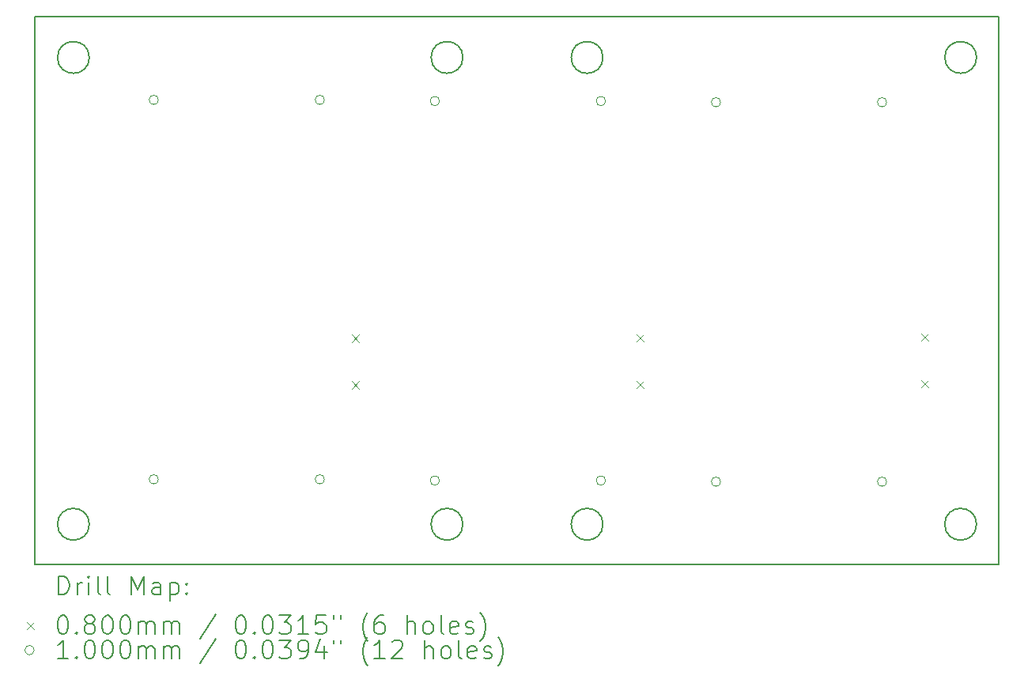
<source format=gbr>
%TF.GenerationSoftware,KiCad,Pcbnew,7.0.7*%
%TF.CreationDate,2023-09-27T10:11:27+07:00*%
%TF.ProjectId,power_module,706f7765-725f-46d6-9f64-756c652e6b69,rev?*%
%TF.SameCoordinates,Original*%
%TF.FileFunction,Drillmap*%
%TF.FilePolarity,Positive*%
%FSLAX45Y45*%
G04 Gerber Fmt 4.5, Leading zero omitted, Abs format (unit mm)*
G04 Created by KiCad (PCBNEW 7.0.7) date 2023-09-27 10:11:27*
%MOMM*%
%LPD*%
G01*
G04 APERTURE LIST*
%ADD10C,0.200000*%
%ADD11C,0.080000*%
%ADD12C,0.100000*%
G04 APERTURE END LIST*
D10*
X14891231Y-9932674D02*
X4572000Y-9932674D01*
X4572000Y-4064000D02*
X4572000Y-9932674D01*
X14891231Y-4064000D02*
X4572000Y-4064000D01*
X14891231Y-9932674D02*
X14891231Y-4064000D01*
X5151616Y-9498337D02*
G75*
G03*
X5151616Y-9498337I-170000J0D01*
G01*
X14651616Y-4498337D02*
G75*
G03*
X14651616Y-4498337I-170000J0D01*
G01*
X14651616Y-9498337D02*
G75*
G03*
X14651616Y-9498337I-170000J0D01*
G01*
X10651616Y-9498337D02*
G75*
G03*
X10651616Y-9498337I-170000J0D01*
G01*
X5151616Y-4498337D02*
G75*
G03*
X5151616Y-4498337I-170000J0D01*
G01*
X9151616Y-9498337D02*
G75*
G03*
X9151616Y-9498337I-170000J0D01*
G01*
X9151616Y-4498337D02*
G75*
G03*
X9151616Y-4498337I-170000J0D01*
G01*
X10651616Y-4498337D02*
G75*
G03*
X10651616Y-4498337I-170000J0D01*
G01*
D11*
X7961000Y-7466735D02*
X8041000Y-7546735D01*
X8041000Y-7466735D02*
X7961000Y-7546735D01*
X7961000Y-7966735D02*
X8041000Y-8046735D01*
X8041000Y-7966735D02*
X7961000Y-8046735D01*
X11009000Y-7461000D02*
X11089000Y-7541000D01*
X11089000Y-7461000D02*
X11009000Y-7541000D01*
X11009000Y-7961000D02*
X11089000Y-8041000D01*
X11089000Y-7961000D02*
X11009000Y-8041000D01*
X14057000Y-7453000D02*
X14137000Y-7533000D01*
X14137000Y-7453000D02*
X14057000Y-7533000D01*
X14057000Y-7953000D02*
X14137000Y-8033000D01*
X14137000Y-7953000D02*
X14057000Y-8033000D01*
D12*
X5892000Y-4953000D02*
G75*
G03*
X5892000Y-4953000I-50000J0D01*
G01*
X5892000Y-9017000D02*
G75*
G03*
X5892000Y-9017000I-50000J0D01*
G01*
X7670000Y-4953000D02*
G75*
G03*
X7670000Y-4953000I-50000J0D01*
G01*
X7670000Y-9017000D02*
G75*
G03*
X7670000Y-9017000I-50000J0D01*
G01*
X8901900Y-4965700D02*
G75*
G03*
X8901900Y-4965700I-50000J0D01*
G01*
X8901900Y-9029700D02*
G75*
G03*
X8901900Y-9029700I-50000J0D01*
G01*
X10679900Y-4965700D02*
G75*
G03*
X10679900Y-4965700I-50000J0D01*
G01*
X10679900Y-9029700D02*
G75*
G03*
X10679900Y-9029700I-50000J0D01*
G01*
X11911800Y-4978400D02*
G75*
G03*
X11911800Y-4978400I-50000J0D01*
G01*
X11911800Y-9042400D02*
G75*
G03*
X11911800Y-9042400I-50000J0D01*
G01*
X13689800Y-4978400D02*
G75*
G03*
X13689800Y-4978400I-50000J0D01*
G01*
X13689800Y-9042400D02*
G75*
G03*
X13689800Y-9042400I-50000J0D01*
G01*
D10*
X4822777Y-10254158D02*
X4822777Y-10054158D01*
X4822777Y-10054158D02*
X4870396Y-10054158D01*
X4870396Y-10054158D02*
X4898967Y-10063682D01*
X4898967Y-10063682D02*
X4918015Y-10082729D01*
X4918015Y-10082729D02*
X4927539Y-10101777D01*
X4927539Y-10101777D02*
X4937063Y-10139872D01*
X4937063Y-10139872D02*
X4937063Y-10168444D01*
X4937063Y-10168444D02*
X4927539Y-10206539D01*
X4927539Y-10206539D02*
X4918015Y-10225587D01*
X4918015Y-10225587D02*
X4898967Y-10244634D01*
X4898967Y-10244634D02*
X4870396Y-10254158D01*
X4870396Y-10254158D02*
X4822777Y-10254158D01*
X5022777Y-10254158D02*
X5022777Y-10120825D01*
X5022777Y-10158920D02*
X5032301Y-10139872D01*
X5032301Y-10139872D02*
X5041824Y-10130348D01*
X5041824Y-10130348D02*
X5060872Y-10120825D01*
X5060872Y-10120825D02*
X5079920Y-10120825D01*
X5146586Y-10254158D02*
X5146586Y-10120825D01*
X5146586Y-10054158D02*
X5137063Y-10063682D01*
X5137063Y-10063682D02*
X5146586Y-10073206D01*
X5146586Y-10073206D02*
X5156110Y-10063682D01*
X5156110Y-10063682D02*
X5146586Y-10054158D01*
X5146586Y-10054158D02*
X5146586Y-10073206D01*
X5270396Y-10254158D02*
X5251348Y-10244634D01*
X5251348Y-10244634D02*
X5241824Y-10225587D01*
X5241824Y-10225587D02*
X5241824Y-10054158D01*
X5375158Y-10254158D02*
X5356110Y-10244634D01*
X5356110Y-10244634D02*
X5346586Y-10225587D01*
X5346586Y-10225587D02*
X5346586Y-10054158D01*
X5603729Y-10254158D02*
X5603729Y-10054158D01*
X5603729Y-10054158D02*
X5670396Y-10197015D01*
X5670396Y-10197015D02*
X5737062Y-10054158D01*
X5737062Y-10054158D02*
X5737062Y-10254158D01*
X5918015Y-10254158D02*
X5918015Y-10149396D01*
X5918015Y-10149396D02*
X5908491Y-10130348D01*
X5908491Y-10130348D02*
X5889443Y-10120825D01*
X5889443Y-10120825D02*
X5851348Y-10120825D01*
X5851348Y-10120825D02*
X5832301Y-10130348D01*
X5918015Y-10244634D02*
X5898967Y-10254158D01*
X5898967Y-10254158D02*
X5851348Y-10254158D01*
X5851348Y-10254158D02*
X5832301Y-10244634D01*
X5832301Y-10244634D02*
X5822777Y-10225587D01*
X5822777Y-10225587D02*
X5822777Y-10206539D01*
X5822777Y-10206539D02*
X5832301Y-10187491D01*
X5832301Y-10187491D02*
X5851348Y-10177968D01*
X5851348Y-10177968D02*
X5898967Y-10177968D01*
X5898967Y-10177968D02*
X5918015Y-10168444D01*
X6013253Y-10120825D02*
X6013253Y-10320825D01*
X6013253Y-10130348D02*
X6032301Y-10120825D01*
X6032301Y-10120825D02*
X6070396Y-10120825D01*
X6070396Y-10120825D02*
X6089443Y-10130348D01*
X6089443Y-10130348D02*
X6098967Y-10139872D01*
X6098967Y-10139872D02*
X6108491Y-10158920D01*
X6108491Y-10158920D02*
X6108491Y-10216063D01*
X6108491Y-10216063D02*
X6098967Y-10235110D01*
X6098967Y-10235110D02*
X6089443Y-10244634D01*
X6089443Y-10244634D02*
X6070396Y-10254158D01*
X6070396Y-10254158D02*
X6032301Y-10254158D01*
X6032301Y-10254158D02*
X6013253Y-10244634D01*
X6194205Y-10235110D02*
X6203729Y-10244634D01*
X6203729Y-10244634D02*
X6194205Y-10254158D01*
X6194205Y-10254158D02*
X6184682Y-10244634D01*
X6184682Y-10244634D02*
X6194205Y-10235110D01*
X6194205Y-10235110D02*
X6194205Y-10254158D01*
X6194205Y-10130348D02*
X6203729Y-10139872D01*
X6203729Y-10139872D02*
X6194205Y-10149396D01*
X6194205Y-10149396D02*
X6184682Y-10139872D01*
X6184682Y-10139872D02*
X6194205Y-10130348D01*
X6194205Y-10130348D02*
X6194205Y-10149396D01*
D11*
X4482000Y-10542674D02*
X4562000Y-10622674D01*
X4562000Y-10542674D02*
X4482000Y-10622674D01*
D10*
X4860872Y-10474158D02*
X4879920Y-10474158D01*
X4879920Y-10474158D02*
X4898967Y-10483682D01*
X4898967Y-10483682D02*
X4908491Y-10493206D01*
X4908491Y-10493206D02*
X4918015Y-10512253D01*
X4918015Y-10512253D02*
X4927539Y-10550348D01*
X4927539Y-10550348D02*
X4927539Y-10597968D01*
X4927539Y-10597968D02*
X4918015Y-10636063D01*
X4918015Y-10636063D02*
X4908491Y-10655110D01*
X4908491Y-10655110D02*
X4898967Y-10664634D01*
X4898967Y-10664634D02*
X4879920Y-10674158D01*
X4879920Y-10674158D02*
X4860872Y-10674158D01*
X4860872Y-10674158D02*
X4841824Y-10664634D01*
X4841824Y-10664634D02*
X4832301Y-10655110D01*
X4832301Y-10655110D02*
X4822777Y-10636063D01*
X4822777Y-10636063D02*
X4813253Y-10597968D01*
X4813253Y-10597968D02*
X4813253Y-10550348D01*
X4813253Y-10550348D02*
X4822777Y-10512253D01*
X4822777Y-10512253D02*
X4832301Y-10493206D01*
X4832301Y-10493206D02*
X4841824Y-10483682D01*
X4841824Y-10483682D02*
X4860872Y-10474158D01*
X5013253Y-10655110D02*
X5022777Y-10664634D01*
X5022777Y-10664634D02*
X5013253Y-10674158D01*
X5013253Y-10674158D02*
X5003729Y-10664634D01*
X5003729Y-10664634D02*
X5013253Y-10655110D01*
X5013253Y-10655110D02*
X5013253Y-10674158D01*
X5137063Y-10559872D02*
X5118015Y-10550348D01*
X5118015Y-10550348D02*
X5108491Y-10540825D01*
X5108491Y-10540825D02*
X5098967Y-10521777D01*
X5098967Y-10521777D02*
X5098967Y-10512253D01*
X5098967Y-10512253D02*
X5108491Y-10493206D01*
X5108491Y-10493206D02*
X5118015Y-10483682D01*
X5118015Y-10483682D02*
X5137063Y-10474158D01*
X5137063Y-10474158D02*
X5175158Y-10474158D01*
X5175158Y-10474158D02*
X5194205Y-10483682D01*
X5194205Y-10483682D02*
X5203729Y-10493206D01*
X5203729Y-10493206D02*
X5213253Y-10512253D01*
X5213253Y-10512253D02*
X5213253Y-10521777D01*
X5213253Y-10521777D02*
X5203729Y-10540825D01*
X5203729Y-10540825D02*
X5194205Y-10550348D01*
X5194205Y-10550348D02*
X5175158Y-10559872D01*
X5175158Y-10559872D02*
X5137063Y-10559872D01*
X5137063Y-10559872D02*
X5118015Y-10569396D01*
X5118015Y-10569396D02*
X5108491Y-10578920D01*
X5108491Y-10578920D02*
X5098967Y-10597968D01*
X5098967Y-10597968D02*
X5098967Y-10636063D01*
X5098967Y-10636063D02*
X5108491Y-10655110D01*
X5108491Y-10655110D02*
X5118015Y-10664634D01*
X5118015Y-10664634D02*
X5137063Y-10674158D01*
X5137063Y-10674158D02*
X5175158Y-10674158D01*
X5175158Y-10674158D02*
X5194205Y-10664634D01*
X5194205Y-10664634D02*
X5203729Y-10655110D01*
X5203729Y-10655110D02*
X5213253Y-10636063D01*
X5213253Y-10636063D02*
X5213253Y-10597968D01*
X5213253Y-10597968D02*
X5203729Y-10578920D01*
X5203729Y-10578920D02*
X5194205Y-10569396D01*
X5194205Y-10569396D02*
X5175158Y-10559872D01*
X5337063Y-10474158D02*
X5356110Y-10474158D01*
X5356110Y-10474158D02*
X5375158Y-10483682D01*
X5375158Y-10483682D02*
X5384682Y-10493206D01*
X5384682Y-10493206D02*
X5394205Y-10512253D01*
X5394205Y-10512253D02*
X5403729Y-10550348D01*
X5403729Y-10550348D02*
X5403729Y-10597968D01*
X5403729Y-10597968D02*
X5394205Y-10636063D01*
X5394205Y-10636063D02*
X5384682Y-10655110D01*
X5384682Y-10655110D02*
X5375158Y-10664634D01*
X5375158Y-10664634D02*
X5356110Y-10674158D01*
X5356110Y-10674158D02*
X5337063Y-10674158D01*
X5337063Y-10674158D02*
X5318015Y-10664634D01*
X5318015Y-10664634D02*
X5308491Y-10655110D01*
X5308491Y-10655110D02*
X5298967Y-10636063D01*
X5298967Y-10636063D02*
X5289444Y-10597968D01*
X5289444Y-10597968D02*
X5289444Y-10550348D01*
X5289444Y-10550348D02*
X5298967Y-10512253D01*
X5298967Y-10512253D02*
X5308491Y-10493206D01*
X5308491Y-10493206D02*
X5318015Y-10483682D01*
X5318015Y-10483682D02*
X5337063Y-10474158D01*
X5527539Y-10474158D02*
X5546586Y-10474158D01*
X5546586Y-10474158D02*
X5565634Y-10483682D01*
X5565634Y-10483682D02*
X5575158Y-10493206D01*
X5575158Y-10493206D02*
X5584682Y-10512253D01*
X5584682Y-10512253D02*
X5594205Y-10550348D01*
X5594205Y-10550348D02*
X5594205Y-10597968D01*
X5594205Y-10597968D02*
X5584682Y-10636063D01*
X5584682Y-10636063D02*
X5575158Y-10655110D01*
X5575158Y-10655110D02*
X5565634Y-10664634D01*
X5565634Y-10664634D02*
X5546586Y-10674158D01*
X5546586Y-10674158D02*
X5527539Y-10674158D01*
X5527539Y-10674158D02*
X5508491Y-10664634D01*
X5508491Y-10664634D02*
X5498967Y-10655110D01*
X5498967Y-10655110D02*
X5489444Y-10636063D01*
X5489444Y-10636063D02*
X5479920Y-10597968D01*
X5479920Y-10597968D02*
X5479920Y-10550348D01*
X5479920Y-10550348D02*
X5489444Y-10512253D01*
X5489444Y-10512253D02*
X5498967Y-10493206D01*
X5498967Y-10493206D02*
X5508491Y-10483682D01*
X5508491Y-10483682D02*
X5527539Y-10474158D01*
X5679920Y-10674158D02*
X5679920Y-10540825D01*
X5679920Y-10559872D02*
X5689443Y-10550348D01*
X5689443Y-10550348D02*
X5708491Y-10540825D01*
X5708491Y-10540825D02*
X5737063Y-10540825D01*
X5737063Y-10540825D02*
X5756110Y-10550348D01*
X5756110Y-10550348D02*
X5765634Y-10569396D01*
X5765634Y-10569396D02*
X5765634Y-10674158D01*
X5765634Y-10569396D02*
X5775158Y-10550348D01*
X5775158Y-10550348D02*
X5794205Y-10540825D01*
X5794205Y-10540825D02*
X5822777Y-10540825D01*
X5822777Y-10540825D02*
X5841824Y-10550348D01*
X5841824Y-10550348D02*
X5851348Y-10569396D01*
X5851348Y-10569396D02*
X5851348Y-10674158D01*
X5946586Y-10674158D02*
X5946586Y-10540825D01*
X5946586Y-10559872D02*
X5956110Y-10550348D01*
X5956110Y-10550348D02*
X5975158Y-10540825D01*
X5975158Y-10540825D02*
X6003729Y-10540825D01*
X6003729Y-10540825D02*
X6022777Y-10550348D01*
X6022777Y-10550348D02*
X6032301Y-10569396D01*
X6032301Y-10569396D02*
X6032301Y-10674158D01*
X6032301Y-10569396D02*
X6041824Y-10550348D01*
X6041824Y-10550348D02*
X6060872Y-10540825D01*
X6060872Y-10540825D02*
X6089443Y-10540825D01*
X6089443Y-10540825D02*
X6108491Y-10550348D01*
X6108491Y-10550348D02*
X6118015Y-10569396D01*
X6118015Y-10569396D02*
X6118015Y-10674158D01*
X6508491Y-10464634D02*
X6337063Y-10721777D01*
X6765634Y-10474158D02*
X6784682Y-10474158D01*
X6784682Y-10474158D02*
X6803729Y-10483682D01*
X6803729Y-10483682D02*
X6813253Y-10493206D01*
X6813253Y-10493206D02*
X6822777Y-10512253D01*
X6822777Y-10512253D02*
X6832301Y-10550348D01*
X6832301Y-10550348D02*
X6832301Y-10597968D01*
X6832301Y-10597968D02*
X6822777Y-10636063D01*
X6822777Y-10636063D02*
X6813253Y-10655110D01*
X6813253Y-10655110D02*
X6803729Y-10664634D01*
X6803729Y-10664634D02*
X6784682Y-10674158D01*
X6784682Y-10674158D02*
X6765634Y-10674158D01*
X6765634Y-10674158D02*
X6746586Y-10664634D01*
X6746586Y-10664634D02*
X6737063Y-10655110D01*
X6737063Y-10655110D02*
X6727539Y-10636063D01*
X6727539Y-10636063D02*
X6718015Y-10597968D01*
X6718015Y-10597968D02*
X6718015Y-10550348D01*
X6718015Y-10550348D02*
X6727539Y-10512253D01*
X6727539Y-10512253D02*
X6737063Y-10493206D01*
X6737063Y-10493206D02*
X6746586Y-10483682D01*
X6746586Y-10483682D02*
X6765634Y-10474158D01*
X6918015Y-10655110D02*
X6927539Y-10664634D01*
X6927539Y-10664634D02*
X6918015Y-10674158D01*
X6918015Y-10674158D02*
X6908491Y-10664634D01*
X6908491Y-10664634D02*
X6918015Y-10655110D01*
X6918015Y-10655110D02*
X6918015Y-10674158D01*
X7051348Y-10474158D02*
X7070396Y-10474158D01*
X7070396Y-10474158D02*
X7089444Y-10483682D01*
X7089444Y-10483682D02*
X7098967Y-10493206D01*
X7098967Y-10493206D02*
X7108491Y-10512253D01*
X7108491Y-10512253D02*
X7118015Y-10550348D01*
X7118015Y-10550348D02*
X7118015Y-10597968D01*
X7118015Y-10597968D02*
X7108491Y-10636063D01*
X7108491Y-10636063D02*
X7098967Y-10655110D01*
X7098967Y-10655110D02*
X7089444Y-10664634D01*
X7089444Y-10664634D02*
X7070396Y-10674158D01*
X7070396Y-10674158D02*
X7051348Y-10674158D01*
X7051348Y-10674158D02*
X7032301Y-10664634D01*
X7032301Y-10664634D02*
X7022777Y-10655110D01*
X7022777Y-10655110D02*
X7013253Y-10636063D01*
X7013253Y-10636063D02*
X7003729Y-10597968D01*
X7003729Y-10597968D02*
X7003729Y-10550348D01*
X7003729Y-10550348D02*
X7013253Y-10512253D01*
X7013253Y-10512253D02*
X7022777Y-10493206D01*
X7022777Y-10493206D02*
X7032301Y-10483682D01*
X7032301Y-10483682D02*
X7051348Y-10474158D01*
X7184682Y-10474158D02*
X7308491Y-10474158D01*
X7308491Y-10474158D02*
X7241825Y-10550348D01*
X7241825Y-10550348D02*
X7270396Y-10550348D01*
X7270396Y-10550348D02*
X7289444Y-10559872D01*
X7289444Y-10559872D02*
X7298967Y-10569396D01*
X7298967Y-10569396D02*
X7308491Y-10588444D01*
X7308491Y-10588444D02*
X7308491Y-10636063D01*
X7308491Y-10636063D02*
X7298967Y-10655110D01*
X7298967Y-10655110D02*
X7289444Y-10664634D01*
X7289444Y-10664634D02*
X7270396Y-10674158D01*
X7270396Y-10674158D02*
X7213253Y-10674158D01*
X7213253Y-10674158D02*
X7194206Y-10664634D01*
X7194206Y-10664634D02*
X7184682Y-10655110D01*
X7498967Y-10674158D02*
X7384682Y-10674158D01*
X7441825Y-10674158D02*
X7441825Y-10474158D01*
X7441825Y-10474158D02*
X7422777Y-10502729D01*
X7422777Y-10502729D02*
X7403729Y-10521777D01*
X7403729Y-10521777D02*
X7384682Y-10531301D01*
X7679920Y-10474158D02*
X7584682Y-10474158D01*
X7584682Y-10474158D02*
X7575158Y-10569396D01*
X7575158Y-10569396D02*
X7584682Y-10559872D01*
X7584682Y-10559872D02*
X7603729Y-10550348D01*
X7603729Y-10550348D02*
X7651348Y-10550348D01*
X7651348Y-10550348D02*
X7670396Y-10559872D01*
X7670396Y-10559872D02*
X7679920Y-10569396D01*
X7679920Y-10569396D02*
X7689444Y-10588444D01*
X7689444Y-10588444D02*
X7689444Y-10636063D01*
X7689444Y-10636063D02*
X7679920Y-10655110D01*
X7679920Y-10655110D02*
X7670396Y-10664634D01*
X7670396Y-10664634D02*
X7651348Y-10674158D01*
X7651348Y-10674158D02*
X7603729Y-10674158D01*
X7603729Y-10674158D02*
X7584682Y-10664634D01*
X7584682Y-10664634D02*
X7575158Y-10655110D01*
X7765634Y-10474158D02*
X7765634Y-10512253D01*
X7841825Y-10474158D02*
X7841825Y-10512253D01*
X8137063Y-10750348D02*
X8127539Y-10740825D01*
X8127539Y-10740825D02*
X8108491Y-10712253D01*
X8108491Y-10712253D02*
X8098968Y-10693206D01*
X8098968Y-10693206D02*
X8089444Y-10664634D01*
X8089444Y-10664634D02*
X8079920Y-10617015D01*
X8079920Y-10617015D02*
X8079920Y-10578920D01*
X8079920Y-10578920D02*
X8089444Y-10531301D01*
X8089444Y-10531301D02*
X8098968Y-10502729D01*
X8098968Y-10502729D02*
X8108491Y-10483682D01*
X8108491Y-10483682D02*
X8127539Y-10455110D01*
X8127539Y-10455110D02*
X8137063Y-10445587D01*
X8298968Y-10474158D02*
X8260872Y-10474158D01*
X8260872Y-10474158D02*
X8241825Y-10483682D01*
X8241825Y-10483682D02*
X8232301Y-10493206D01*
X8232301Y-10493206D02*
X8213253Y-10521777D01*
X8213253Y-10521777D02*
X8203729Y-10559872D01*
X8203729Y-10559872D02*
X8203729Y-10636063D01*
X8203729Y-10636063D02*
X8213253Y-10655110D01*
X8213253Y-10655110D02*
X8222777Y-10664634D01*
X8222777Y-10664634D02*
X8241825Y-10674158D01*
X8241825Y-10674158D02*
X8279920Y-10674158D01*
X8279920Y-10674158D02*
X8298968Y-10664634D01*
X8298968Y-10664634D02*
X8308491Y-10655110D01*
X8308491Y-10655110D02*
X8318015Y-10636063D01*
X8318015Y-10636063D02*
X8318015Y-10588444D01*
X8318015Y-10588444D02*
X8308491Y-10569396D01*
X8308491Y-10569396D02*
X8298968Y-10559872D01*
X8298968Y-10559872D02*
X8279920Y-10550348D01*
X8279920Y-10550348D02*
X8241825Y-10550348D01*
X8241825Y-10550348D02*
X8222777Y-10559872D01*
X8222777Y-10559872D02*
X8213253Y-10569396D01*
X8213253Y-10569396D02*
X8203729Y-10588444D01*
X8556111Y-10674158D02*
X8556111Y-10474158D01*
X8641825Y-10674158D02*
X8641825Y-10569396D01*
X8641825Y-10569396D02*
X8632301Y-10550348D01*
X8632301Y-10550348D02*
X8613253Y-10540825D01*
X8613253Y-10540825D02*
X8584682Y-10540825D01*
X8584682Y-10540825D02*
X8565634Y-10550348D01*
X8565634Y-10550348D02*
X8556111Y-10559872D01*
X8765634Y-10674158D02*
X8746587Y-10664634D01*
X8746587Y-10664634D02*
X8737063Y-10655110D01*
X8737063Y-10655110D02*
X8727539Y-10636063D01*
X8727539Y-10636063D02*
X8727539Y-10578920D01*
X8727539Y-10578920D02*
X8737063Y-10559872D01*
X8737063Y-10559872D02*
X8746587Y-10550348D01*
X8746587Y-10550348D02*
X8765634Y-10540825D01*
X8765634Y-10540825D02*
X8794206Y-10540825D01*
X8794206Y-10540825D02*
X8813253Y-10550348D01*
X8813253Y-10550348D02*
X8822777Y-10559872D01*
X8822777Y-10559872D02*
X8832301Y-10578920D01*
X8832301Y-10578920D02*
X8832301Y-10636063D01*
X8832301Y-10636063D02*
X8822777Y-10655110D01*
X8822777Y-10655110D02*
X8813253Y-10664634D01*
X8813253Y-10664634D02*
X8794206Y-10674158D01*
X8794206Y-10674158D02*
X8765634Y-10674158D01*
X8946587Y-10674158D02*
X8927539Y-10664634D01*
X8927539Y-10664634D02*
X8918015Y-10645587D01*
X8918015Y-10645587D02*
X8918015Y-10474158D01*
X9098968Y-10664634D02*
X9079920Y-10674158D01*
X9079920Y-10674158D02*
X9041825Y-10674158D01*
X9041825Y-10674158D02*
X9022777Y-10664634D01*
X9022777Y-10664634D02*
X9013253Y-10645587D01*
X9013253Y-10645587D02*
X9013253Y-10569396D01*
X9013253Y-10569396D02*
X9022777Y-10550348D01*
X9022777Y-10550348D02*
X9041825Y-10540825D01*
X9041825Y-10540825D02*
X9079920Y-10540825D01*
X9079920Y-10540825D02*
X9098968Y-10550348D01*
X9098968Y-10550348D02*
X9108492Y-10569396D01*
X9108492Y-10569396D02*
X9108492Y-10588444D01*
X9108492Y-10588444D02*
X9013253Y-10607491D01*
X9184682Y-10664634D02*
X9203730Y-10674158D01*
X9203730Y-10674158D02*
X9241825Y-10674158D01*
X9241825Y-10674158D02*
X9260873Y-10664634D01*
X9260873Y-10664634D02*
X9270396Y-10645587D01*
X9270396Y-10645587D02*
X9270396Y-10636063D01*
X9270396Y-10636063D02*
X9260873Y-10617015D01*
X9260873Y-10617015D02*
X9241825Y-10607491D01*
X9241825Y-10607491D02*
X9213253Y-10607491D01*
X9213253Y-10607491D02*
X9194206Y-10597968D01*
X9194206Y-10597968D02*
X9184682Y-10578920D01*
X9184682Y-10578920D02*
X9184682Y-10569396D01*
X9184682Y-10569396D02*
X9194206Y-10550348D01*
X9194206Y-10550348D02*
X9213253Y-10540825D01*
X9213253Y-10540825D02*
X9241825Y-10540825D01*
X9241825Y-10540825D02*
X9260873Y-10550348D01*
X9337063Y-10750348D02*
X9346587Y-10740825D01*
X9346587Y-10740825D02*
X9365634Y-10712253D01*
X9365634Y-10712253D02*
X9375158Y-10693206D01*
X9375158Y-10693206D02*
X9384682Y-10664634D01*
X9384682Y-10664634D02*
X9394206Y-10617015D01*
X9394206Y-10617015D02*
X9394206Y-10578920D01*
X9394206Y-10578920D02*
X9384682Y-10531301D01*
X9384682Y-10531301D02*
X9375158Y-10502729D01*
X9375158Y-10502729D02*
X9365634Y-10483682D01*
X9365634Y-10483682D02*
X9346587Y-10455110D01*
X9346587Y-10455110D02*
X9337063Y-10445587D01*
D12*
X4562000Y-10846674D02*
G75*
G03*
X4562000Y-10846674I-50000J0D01*
G01*
D10*
X4927539Y-10938158D02*
X4813253Y-10938158D01*
X4870396Y-10938158D02*
X4870396Y-10738158D01*
X4870396Y-10738158D02*
X4851348Y-10766729D01*
X4851348Y-10766729D02*
X4832301Y-10785777D01*
X4832301Y-10785777D02*
X4813253Y-10795301D01*
X5013253Y-10919110D02*
X5022777Y-10928634D01*
X5022777Y-10928634D02*
X5013253Y-10938158D01*
X5013253Y-10938158D02*
X5003729Y-10928634D01*
X5003729Y-10928634D02*
X5013253Y-10919110D01*
X5013253Y-10919110D02*
X5013253Y-10938158D01*
X5146586Y-10738158D02*
X5165634Y-10738158D01*
X5165634Y-10738158D02*
X5184682Y-10747682D01*
X5184682Y-10747682D02*
X5194205Y-10757206D01*
X5194205Y-10757206D02*
X5203729Y-10776253D01*
X5203729Y-10776253D02*
X5213253Y-10814348D01*
X5213253Y-10814348D02*
X5213253Y-10861968D01*
X5213253Y-10861968D02*
X5203729Y-10900063D01*
X5203729Y-10900063D02*
X5194205Y-10919110D01*
X5194205Y-10919110D02*
X5184682Y-10928634D01*
X5184682Y-10928634D02*
X5165634Y-10938158D01*
X5165634Y-10938158D02*
X5146586Y-10938158D01*
X5146586Y-10938158D02*
X5127539Y-10928634D01*
X5127539Y-10928634D02*
X5118015Y-10919110D01*
X5118015Y-10919110D02*
X5108491Y-10900063D01*
X5108491Y-10900063D02*
X5098967Y-10861968D01*
X5098967Y-10861968D02*
X5098967Y-10814348D01*
X5098967Y-10814348D02*
X5108491Y-10776253D01*
X5108491Y-10776253D02*
X5118015Y-10757206D01*
X5118015Y-10757206D02*
X5127539Y-10747682D01*
X5127539Y-10747682D02*
X5146586Y-10738158D01*
X5337063Y-10738158D02*
X5356110Y-10738158D01*
X5356110Y-10738158D02*
X5375158Y-10747682D01*
X5375158Y-10747682D02*
X5384682Y-10757206D01*
X5384682Y-10757206D02*
X5394205Y-10776253D01*
X5394205Y-10776253D02*
X5403729Y-10814348D01*
X5403729Y-10814348D02*
X5403729Y-10861968D01*
X5403729Y-10861968D02*
X5394205Y-10900063D01*
X5394205Y-10900063D02*
X5384682Y-10919110D01*
X5384682Y-10919110D02*
X5375158Y-10928634D01*
X5375158Y-10928634D02*
X5356110Y-10938158D01*
X5356110Y-10938158D02*
X5337063Y-10938158D01*
X5337063Y-10938158D02*
X5318015Y-10928634D01*
X5318015Y-10928634D02*
X5308491Y-10919110D01*
X5308491Y-10919110D02*
X5298967Y-10900063D01*
X5298967Y-10900063D02*
X5289444Y-10861968D01*
X5289444Y-10861968D02*
X5289444Y-10814348D01*
X5289444Y-10814348D02*
X5298967Y-10776253D01*
X5298967Y-10776253D02*
X5308491Y-10757206D01*
X5308491Y-10757206D02*
X5318015Y-10747682D01*
X5318015Y-10747682D02*
X5337063Y-10738158D01*
X5527539Y-10738158D02*
X5546586Y-10738158D01*
X5546586Y-10738158D02*
X5565634Y-10747682D01*
X5565634Y-10747682D02*
X5575158Y-10757206D01*
X5575158Y-10757206D02*
X5584682Y-10776253D01*
X5584682Y-10776253D02*
X5594205Y-10814348D01*
X5594205Y-10814348D02*
X5594205Y-10861968D01*
X5594205Y-10861968D02*
X5584682Y-10900063D01*
X5584682Y-10900063D02*
X5575158Y-10919110D01*
X5575158Y-10919110D02*
X5565634Y-10928634D01*
X5565634Y-10928634D02*
X5546586Y-10938158D01*
X5546586Y-10938158D02*
X5527539Y-10938158D01*
X5527539Y-10938158D02*
X5508491Y-10928634D01*
X5508491Y-10928634D02*
X5498967Y-10919110D01*
X5498967Y-10919110D02*
X5489444Y-10900063D01*
X5489444Y-10900063D02*
X5479920Y-10861968D01*
X5479920Y-10861968D02*
X5479920Y-10814348D01*
X5479920Y-10814348D02*
X5489444Y-10776253D01*
X5489444Y-10776253D02*
X5498967Y-10757206D01*
X5498967Y-10757206D02*
X5508491Y-10747682D01*
X5508491Y-10747682D02*
X5527539Y-10738158D01*
X5679920Y-10938158D02*
X5679920Y-10804825D01*
X5679920Y-10823872D02*
X5689443Y-10814348D01*
X5689443Y-10814348D02*
X5708491Y-10804825D01*
X5708491Y-10804825D02*
X5737063Y-10804825D01*
X5737063Y-10804825D02*
X5756110Y-10814348D01*
X5756110Y-10814348D02*
X5765634Y-10833396D01*
X5765634Y-10833396D02*
X5765634Y-10938158D01*
X5765634Y-10833396D02*
X5775158Y-10814348D01*
X5775158Y-10814348D02*
X5794205Y-10804825D01*
X5794205Y-10804825D02*
X5822777Y-10804825D01*
X5822777Y-10804825D02*
X5841824Y-10814348D01*
X5841824Y-10814348D02*
X5851348Y-10833396D01*
X5851348Y-10833396D02*
X5851348Y-10938158D01*
X5946586Y-10938158D02*
X5946586Y-10804825D01*
X5946586Y-10823872D02*
X5956110Y-10814348D01*
X5956110Y-10814348D02*
X5975158Y-10804825D01*
X5975158Y-10804825D02*
X6003729Y-10804825D01*
X6003729Y-10804825D02*
X6022777Y-10814348D01*
X6022777Y-10814348D02*
X6032301Y-10833396D01*
X6032301Y-10833396D02*
X6032301Y-10938158D01*
X6032301Y-10833396D02*
X6041824Y-10814348D01*
X6041824Y-10814348D02*
X6060872Y-10804825D01*
X6060872Y-10804825D02*
X6089443Y-10804825D01*
X6089443Y-10804825D02*
X6108491Y-10814348D01*
X6108491Y-10814348D02*
X6118015Y-10833396D01*
X6118015Y-10833396D02*
X6118015Y-10938158D01*
X6508491Y-10728634D02*
X6337063Y-10985777D01*
X6765634Y-10738158D02*
X6784682Y-10738158D01*
X6784682Y-10738158D02*
X6803729Y-10747682D01*
X6803729Y-10747682D02*
X6813253Y-10757206D01*
X6813253Y-10757206D02*
X6822777Y-10776253D01*
X6822777Y-10776253D02*
X6832301Y-10814348D01*
X6832301Y-10814348D02*
X6832301Y-10861968D01*
X6832301Y-10861968D02*
X6822777Y-10900063D01*
X6822777Y-10900063D02*
X6813253Y-10919110D01*
X6813253Y-10919110D02*
X6803729Y-10928634D01*
X6803729Y-10928634D02*
X6784682Y-10938158D01*
X6784682Y-10938158D02*
X6765634Y-10938158D01*
X6765634Y-10938158D02*
X6746586Y-10928634D01*
X6746586Y-10928634D02*
X6737063Y-10919110D01*
X6737063Y-10919110D02*
X6727539Y-10900063D01*
X6727539Y-10900063D02*
X6718015Y-10861968D01*
X6718015Y-10861968D02*
X6718015Y-10814348D01*
X6718015Y-10814348D02*
X6727539Y-10776253D01*
X6727539Y-10776253D02*
X6737063Y-10757206D01*
X6737063Y-10757206D02*
X6746586Y-10747682D01*
X6746586Y-10747682D02*
X6765634Y-10738158D01*
X6918015Y-10919110D02*
X6927539Y-10928634D01*
X6927539Y-10928634D02*
X6918015Y-10938158D01*
X6918015Y-10938158D02*
X6908491Y-10928634D01*
X6908491Y-10928634D02*
X6918015Y-10919110D01*
X6918015Y-10919110D02*
X6918015Y-10938158D01*
X7051348Y-10738158D02*
X7070396Y-10738158D01*
X7070396Y-10738158D02*
X7089444Y-10747682D01*
X7089444Y-10747682D02*
X7098967Y-10757206D01*
X7098967Y-10757206D02*
X7108491Y-10776253D01*
X7108491Y-10776253D02*
X7118015Y-10814348D01*
X7118015Y-10814348D02*
X7118015Y-10861968D01*
X7118015Y-10861968D02*
X7108491Y-10900063D01*
X7108491Y-10900063D02*
X7098967Y-10919110D01*
X7098967Y-10919110D02*
X7089444Y-10928634D01*
X7089444Y-10928634D02*
X7070396Y-10938158D01*
X7070396Y-10938158D02*
X7051348Y-10938158D01*
X7051348Y-10938158D02*
X7032301Y-10928634D01*
X7032301Y-10928634D02*
X7022777Y-10919110D01*
X7022777Y-10919110D02*
X7013253Y-10900063D01*
X7013253Y-10900063D02*
X7003729Y-10861968D01*
X7003729Y-10861968D02*
X7003729Y-10814348D01*
X7003729Y-10814348D02*
X7013253Y-10776253D01*
X7013253Y-10776253D02*
X7022777Y-10757206D01*
X7022777Y-10757206D02*
X7032301Y-10747682D01*
X7032301Y-10747682D02*
X7051348Y-10738158D01*
X7184682Y-10738158D02*
X7308491Y-10738158D01*
X7308491Y-10738158D02*
X7241825Y-10814348D01*
X7241825Y-10814348D02*
X7270396Y-10814348D01*
X7270396Y-10814348D02*
X7289444Y-10823872D01*
X7289444Y-10823872D02*
X7298967Y-10833396D01*
X7298967Y-10833396D02*
X7308491Y-10852444D01*
X7308491Y-10852444D02*
X7308491Y-10900063D01*
X7308491Y-10900063D02*
X7298967Y-10919110D01*
X7298967Y-10919110D02*
X7289444Y-10928634D01*
X7289444Y-10928634D02*
X7270396Y-10938158D01*
X7270396Y-10938158D02*
X7213253Y-10938158D01*
X7213253Y-10938158D02*
X7194206Y-10928634D01*
X7194206Y-10928634D02*
X7184682Y-10919110D01*
X7403729Y-10938158D02*
X7441825Y-10938158D01*
X7441825Y-10938158D02*
X7460872Y-10928634D01*
X7460872Y-10928634D02*
X7470396Y-10919110D01*
X7470396Y-10919110D02*
X7489444Y-10890539D01*
X7489444Y-10890539D02*
X7498967Y-10852444D01*
X7498967Y-10852444D02*
X7498967Y-10776253D01*
X7498967Y-10776253D02*
X7489444Y-10757206D01*
X7489444Y-10757206D02*
X7479920Y-10747682D01*
X7479920Y-10747682D02*
X7460872Y-10738158D01*
X7460872Y-10738158D02*
X7422777Y-10738158D01*
X7422777Y-10738158D02*
X7403729Y-10747682D01*
X7403729Y-10747682D02*
X7394206Y-10757206D01*
X7394206Y-10757206D02*
X7384682Y-10776253D01*
X7384682Y-10776253D02*
X7384682Y-10823872D01*
X7384682Y-10823872D02*
X7394206Y-10842920D01*
X7394206Y-10842920D02*
X7403729Y-10852444D01*
X7403729Y-10852444D02*
X7422777Y-10861968D01*
X7422777Y-10861968D02*
X7460872Y-10861968D01*
X7460872Y-10861968D02*
X7479920Y-10852444D01*
X7479920Y-10852444D02*
X7489444Y-10842920D01*
X7489444Y-10842920D02*
X7498967Y-10823872D01*
X7670396Y-10804825D02*
X7670396Y-10938158D01*
X7622777Y-10728634D02*
X7575158Y-10871491D01*
X7575158Y-10871491D02*
X7698967Y-10871491D01*
X7765634Y-10738158D02*
X7765634Y-10776253D01*
X7841825Y-10738158D02*
X7841825Y-10776253D01*
X8137063Y-11014348D02*
X8127539Y-11004825D01*
X8127539Y-11004825D02*
X8108491Y-10976253D01*
X8108491Y-10976253D02*
X8098968Y-10957206D01*
X8098968Y-10957206D02*
X8089444Y-10928634D01*
X8089444Y-10928634D02*
X8079920Y-10881015D01*
X8079920Y-10881015D02*
X8079920Y-10842920D01*
X8079920Y-10842920D02*
X8089444Y-10795301D01*
X8089444Y-10795301D02*
X8098968Y-10766729D01*
X8098968Y-10766729D02*
X8108491Y-10747682D01*
X8108491Y-10747682D02*
X8127539Y-10719110D01*
X8127539Y-10719110D02*
X8137063Y-10709587D01*
X8318015Y-10938158D02*
X8203729Y-10938158D01*
X8260872Y-10938158D02*
X8260872Y-10738158D01*
X8260872Y-10738158D02*
X8241825Y-10766729D01*
X8241825Y-10766729D02*
X8222777Y-10785777D01*
X8222777Y-10785777D02*
X8203729Y-10795301D01*
X8394206Y-10757206D02*
X8403730Y-10747682D01*
X8403730Y-10747682D02*
X8422777Y-10738158D01*
X8422777Y-10738158D02*
X8470396Y-10738158D01*
X8470396Y-10738158D02*
X8489444Y-10747682D01*
X8489444Y-10747682D02*
X8498968Y-10757206D01*
X8498968Y-10757206D02*
X8508491Y-10776253D01*
X8508491Y-10776253D02*
X8508491Y-10795301D01*
X8508491Y-10795301D02*
X8498968Y-10823872D01*
X8498968Y-10823872D02*
X8384682Y-10938158D01*
X8384682Y-10938158D02*
X8508491Y-10938158D01*
X8746587Y-10938158D02*
X8746587Y-10738158D01*
X8832301Y-10938158D02*
X8832301Y-10833396D01*
X8832301Y-10833396D02*
X8822777Y-10814348D01*
X8822777Y-10814348D02*
X8803730Y-10804825D01*
X8803730Y-10804825D02*
X8775158Y-10804825D01*
X8775158Y-10804825D02*
X8756111Y-10814348D01*
X8756111Y-10814348D02*
X8746587Y-10823872D01*
X8956111Y-10938158D02*
X8937063Y-10928634D01*
X8937063Y-10928634D02*
X8927539Y-10919110D01*
X8927539Y-10919110D02*
X8918015Y-10900063D01*
X8918015Y-10900063D02*
X8918015Y-10842920D01*
X8918015Y-10842920D02*
X8927539Y-10823872D01*
X8927539Y-10823872D02*
X8937063Y-10814348D01*
X8937063Y-10814348D02*
X8956111Y-10804825D01*
X8956111Y-10804825D02*
X8984682Y-10804825D01*
X8984682Y-10804825D02*
X9003730Y-10814348D01*
X9003730Y-10814348D02*
X9013253Y-10823872D01*
X9013253Y-10823872D02*
X9022777Y-10842920D01*
X9022777Y-10842920D02*
X9022777Y-10900063D01*
X9022777Y-10900063D02*
X9013253Y-10919110D01*
X9013253Y-10919110D02*
X9003730Y-10928634D01*
X9003730Y-10928634D02*
X8984682Y-10938158D01*
X8984682Y-10938158D02*
X8956111Y-10938158D01*
X9137063Y-10938158D02*
X9118015Y-10928634D01*
X9118015Y-10928634D02*
X9108492Y-10909587D01*
X9108492Y-10909587D02*
X9108492Y-10738158D01*
X9289444Y-10928634D02*
X9270396Y-10938158D01*
X9270396Y-10938158D02*
X9232301Y-10938158D01*
X9232301Y-10938158D02*
X9213253Y-10928634D01*
X9213253Y-10928634D02*
X9203730Y-10909587D01*
X9203730Y-10909587D02*
X9203730Y-10833396D01*
X9203730Y-10833396D02*
X9213253Y-10814348D01*
X9213253Y-10814348D02*
X9232301Y-10804825D01*
X9232301Y-10804825D02*
X9270396Y-10804825D01*
X9270396Y-10804825D02*
X9289444Y-10814348D01*
X9289444Y-10814348D02*
X9298968Y-10833396D01*
X9298968Y-10833396D02*
X9298968Y-10852444D01*
X9298968Y-10852444D02*
X9203730Y-10871491D01*
X9375158Y-10928634D02*
X9394206Y-10938158D01*
X9394206Y-10938158D02*
X9432301Y-10938158D01*
X9432301Y-10938158D02*
X9451349Y-10928634D01*
X9451349Y-10928634D02*
X9460873Y-10909587D01*
X9460873Y-10909587D02*
X9460873Y-10900063D01*
X9460873Y-10900063D02*
X9451349Y-10881015D01*
X9451349Y-10881015D02*
X9432301Y-10871491D01*
X9432301Y-10871491D02*
X9403730Y-10871491D01*
X9403730Y-10871491D02*
X9384682Y-10861968D01*
X9384682Y-10861968D02*
X9375158Y-10842920D01*
X9375158Y-10842920D02*
X9375158Y-10833396D01*
X9375158Y-10833396D02*
X9384682Y-10814348D01*
X9384682Y-10814348D02*
X9403730Y-10804825D01*
X9403730Y-10804825D02*
X9432301Y-10804825D01*
X9432301Y-10804825D02*
X9451349Y-10814348D01*
X9527539Y-11014348D02*
X9537063Y-11004825D01*
X9537063Y-11004825D02*
X9556111Y-10976253D01*
X9556111Y-10976253D02*
X9565634Y-10957206D01*
X9565634Y-10957206D02*
X9575158Y-10928634D01*
X9575158Y-10928634D02*
X9584682Y-10881015D01*
X9584682Y-10881015D02*
X9584682Y-10842920D01*
X9584682Y-10842920D02*
X9575158Y-10795301D01*
X9575158Y-10795301D02*
X9565634Y-10766729D01*
X9565634Y-10766729D02*
X9556111Y-10747682D01*
X9556111Y-10747682D02*
X9537063Y-10719110D01*
X9537063Y-10719110D02*
X9527539Y-10709587D01*
M02*

</source>
